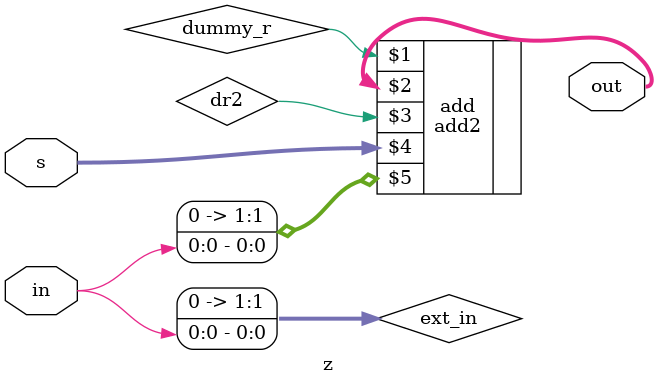
<source format=v>
module z(output [1:0]out, input [1:0]s, input in);
    
    wire dummy_r;
    wire dr2;
    wire [1:0] ext_in;
    
    assign
        ext_in[1] = 0;
    assign
        ext_in[0] = in;
    
    add2 add(dummy_r, out, dr2, s, ext_in);

endmodule
</source>
